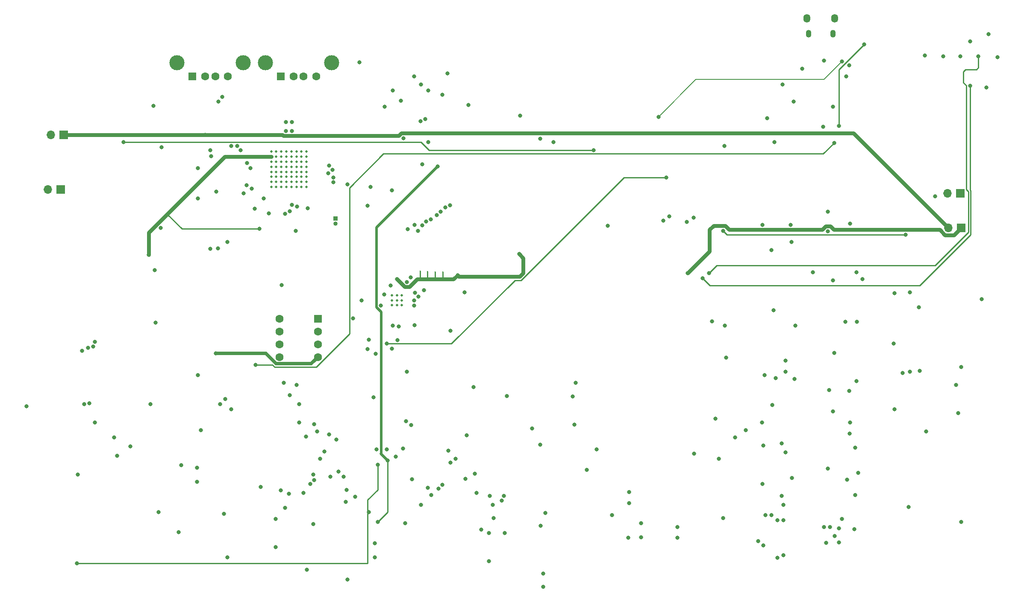
<source format=gbr>
%TF.GenerationSoftware,KiCad,Pcbnew,(5.99.0-9972-g9020611657)*%
%TF.CreationDate,2021-06-01T21:32:07-05:00*%
%TF.ProjectId,ti92revive,74693932-7265-4766-9976-652e6b696361,rev?*%
%TF.SameCoordinates,Original*%
%TF.FileFunction,Copper,L2,Inr*%
%TF.FilePolarity,Positive*%
%FSLAX46Y46*%
G04 Gerber Fmt 4.6, Leading zero omitted, Abs format (unit mm)*
G04 Created by KiCad (PCBNEW (5.99.0-9972-g9020611657)) date 2021-06-01 21:32:07*
%MOMM*%
%LPD*%
G01*
G04 APERTURE LIST*
%TA.AperFunction,ComponentPad*%
%ADD10O,0.850000X0.850000*%
%TD*%
%TA.AperFunction,ComponentPad*%
%ADD11R,0.850000X0.850000*%
%TD*%
%TA.AperFunction,ComponentPad*%
%ADD12R,1.700000X1.700000*%
%TD*%
%TA.AperFunction,ComponentPad*%
%ADD13O,1.700000X1.700000*%
%TD*%
%TA.AperFunction,ComponentPad*%
%ADD14O,1.350000X1.700000*%
%TD*%
%TA.AperFunction,ComponentPad*%
%ADD15O,1.100000X1.500000*%
%TD*%
%TA.AperFunction,ComponentPad*%
%ADD16R,1.600000X1.600000*%
%TD*%
%TA.AperFunction,ComponentPad*%
%ADD17C,1.600000*%
%TD*%
%TA.AperFunction,ComponentPad*%
%ADD18C,0.500000*%
%TD*%
%TA.AperFunction,ComponentPad*%
%ADD19C,3.000000*%
%TD*%
%TA.AperFunction,ViaPad*%
%ADD20C,0.800000*%
%TD*%
%TA.AperFunction,ViaPad*%
%ADD21C,0.300000*%
%TD*%
%TA.AperFunction,Conductor*%
%ADD22C,0.500000*%
%TD*%
%TA.AperFunction,Conductor*%
%ADD23C,0.250000*%
%TD*%
%TA.AperFunction,Conductor*%
%ADD24C,0.200000*%
%TD*%
%TA.AperFunction,Conductor*%
%ADD25C,0.700000*%
%TD*%
%TA.AperFunction,Conductor*%
%ADD26C,0.750000*%
%TD*%
%TA.AperFunction,Conductor*%
%ADD27C,0.760000*%
%TD*%
G04 APERTURE END LIST*
D10*
%TO.N,Earth_Clean*%
%TO.C,J8*%
X123200000Y-74800000D03*
D11*
%TO.N,relay_no_b*%
X123200000Y-73800000D03*
%TD*%
D12*
%TO.N,Net-(JP4-Pad1)*%
%TO.C,JP4*%
X247000000Y-68800000D03*
D13*
%TO.N,Net-(JP4-Pad2)*%
X244460000Y-68800000D03*
%TD*%
D14*
%TO.N,Earth_Clean*%
%TO.C,J1*%
X222105000Y-34085000D03*
D15*
X221795000Y-37085000D03*
X216955000Y-37085000D03*
D14*
X216645000Y-34085000D03*
%TD*%
D12*
%TO.N,Net-(R1-Pad2)*%
%TO.C,TH1*%
X68800000Y-68000000D03*
D13*
%TO.N,Earth_Clean*%
X66260000Y-68000000D03*
%TD*%
D16*
%TO.N,Net-(TP25-Pad1)*%
%TO.C,U5*%
X119750000Y-93620000D03*
D17*
%TO.N,SetPowerOFF*%
X119750000Y-96160000D03*
%TO.N,piWatchDogPin*%
X119750000Y-98700000D03*
%TO.N,Earth_Clean*%
X119750000Y-101240000D03*
%TO.N,Net-(U5-Pad5)*%
X112130000Y-101240000D03*
%TO.N,Net-(R13-Pad1)*%
X112130000Y-98700000D03*
%TO.N,SetPowerON*%
X112130000Y-96160000D03*
%TO.N,batCell+*%
X112130000Y-93620000D03*
%TD*%
D12*
%TO.N,batCell+*%
%TO.C,J2*%
X69400000Y-57200000D03*
D13*
%TO.N,Earth_Clean*%
X66860000Y-57200000D03*
%TD*%
D18*
%TO.N,N/C*%
%TO.C,U3*%
X134425000Y-90000000D03*
X135400000Y-90000000D03*
X135400000Y-89025000D03*
X134425000Y-89025000D03*
X136375000Y-90975000D03*
X136375000Y-89025000D03*
X135400000Y-90975000D03*
X134425000Y-90975000D03*
X136375000Y-90000000D03*
%TD*%
D16*
%TO.N,+5*%
%TO.C,J4*%
X94900000Y-45590000D03*
D17*
%TO.N,Net-(J4-Pad2)*%
X97400000Y-45590000D03*
%TO.N,Net-(J4-Pad3)*%
X99400000Y-45590000D03*
%TO.N,Earth_Clean*%
X101900000Y-45590000D03*
D19*
X91830000Y-42880000D03*
X104970000Y-42880000D03*
%TD*%
D18*
%TO.N,Earth_Clean*%
%TO.C,U7*%
X111500000Y-60500000D03*
X117500000Y-61500000D03*
X116500000Y-64500000D03*
X112500000Y-60500000D03*
X112500000Y-65500000D03*
X111500000Y-61500000D03*
X115500000Y-67500000D03*
X116500000Y-63500000D03*
X112500000Y-61500000D03*
X113500000Y-64500000D03*
X113500000Y-67500000D03*
X117500000Y-62500000D03*
X115500000Y-63500000D03*
X110500000Y-62500000D03*
X116500000Y-61500000D03*
X111500000Y-64500000D03*
X114500000Y-60500000D03*
X111500000Y-66500000D03*
X111500000Y-63500000D03*
X116500000Y-67500000D03*
X113500000Y-63500000D03*
X115500000Y-66500000D03*
X110500000Y-66500000D03*
X117500000Y-64500000D03*
X112500000Y-63500000D03*
X112500000Y-67500000D03*
X116500000Y-66500000D03*
X115500000Y-60500000D03*
X113500000Y-65500000D03*
X111500000Y-65500000D03*
X110500000Y-67500000D03*
X112500000Y-62500000D03*
X113500000Y-61500000D03*
X115500000Y-65500000D03*
X110500000Y-63500000D03*
X113500000Y-60500000D03*
X114500000Y-66500000D03*
X117500000Y-66500000D03*
X114500000Y-65500000D03*
X111500000Y-67500000D03*
X110500000Y-61500000D03*
X113500000Y-62500000D03*
X114500000Y-64500000D03*
X117500000Y-60500000D03*
X114500000Y-63500000D03*
X114500000Y-67500000D03*
X112500000Y-64500000D03*
X112500000Y-66500000D03*
X114500000Y-61500000D03*
X113500000Y-66500000D03*
X115500000Y-62500000D03*
X110500000Y-64500000D03*
X115500000Y-61500000D03*
X110500000Y-65500000D03*
X116500000Y-60500000D03*
X111500000Y-62500000D03*
X116500000Y-65500000D03*
X117500000Y-67500000D03*
X117500000Y-63500000D03*
X114500000Y-62500000D03*
X116500000Y-62500000D03*
X115500000Y-64500000D03*
X117500000Y-65500000D03*
X110500000Y-60500000D03*
%TD*%
D12*
%TO.N,BAT+*%
%TO.C,J3*%
X247200000Y-75600000D03*
D13*
%TO.N,batCell+*%
X244660000Y-75600000D03*
%TD*%
D16*
%TO.N,+5*%
%TO.C,J5*%
X112400000Y-45590000D03*
D17*
%TO.N,Net-(J5-Pad2)*%
X114900000Y-45590000D03*
%TO.N,Net-(J5-Pad3)*%
X116900000Y-45590000D03*
%TO.N,Earth_Clean*%
X119400000Y-45590000D03*
D19*
X122470000Y-42880000D03*
X109330000Y-42880000D03*
%TD*%
D20*
%TO.N,relay_no_b*%
X96000000Y-69800000D03*
%TO.N,HDMI0_CK_N*%
X139570000Y-76200000D03*
%TO.N,HDMI0_CK_P*%
X140460000Y-75110000D03*
%TO.N,HDMI0_TX0_N*%
X141171212Y-74341212D03*
%TO.N,HDMI0_TX0_P*%
X142150000Y-73940000D03*
%TO.N,HDMI0_TX1_N*%
X143280000Y-73110000D03*
%TO.N,HDMI0_TX1_P*%
X144070000Y-72390000D03*
%TO.N,HDMI0_TX2_N*%
X145000000Y-71590000D03*
%TO.N,col9*%
X227600000Y-85800000D03*
X125600000Y-145400000D03*
X225000000Y-108000000D03*
X153600000Y-136200000D03*
X183800000Y-134200000D03*
X183800000Y-137000000D03*
X225200000Y-74800000D03*
X207800000Y-126400000D03*
X224600000Y-125600000D03*
X156800000Y-136200000D03*
X153600000Y-141725010D03*
X199200000Y-121400000D03*
X226200000Y-119200000D03*
X194250933Y-120450924D03*
%TO.N,col7*%
X226400000Y-106000000D03*
X75600000Y-114200000D03*
X163800000Y-118600000D03*
X214200000Y-105600000D03*
X123800000Y-124000000D03*
X143600000Y-127400000D03*
X223600000Y-133400000D03*
X221200000Y-135000000D03*
X75200000Y-99200000D03*
X210439402Y-105391393D03*
X237000000Y-104200000D03*
X79400000Y-117200000D03*
X154400000Y-130600000D03*
X157200000Y-109000000D03*
%TO.N,col8*%
X170777895Y-106325010D03*
X170200000Y-109074990D03*
X235600000Y-104400000D03*
X175000000Y-119600000D03*
X75600000Y-98200000D03*
X214325010Y-95002163D03*
X113000000Y-106400000D03*
X170601017Y-114674990D03*
X163887340Y-134687340D03*
X156159327Y-129725010D03*
X151200000Y-128200000D03*
%TO.N,col0*%
X123400000Y-117600000D03*
X149000000Y-125400000D03*
X72200000Y-124600000D03*
X238800000Y-91400000D03*
X121000000Y-120000000D03*
X251274990Y-89800000D03*
X247194454Y-133994454D03*
X156600000Y-128800000D03*
X147000000Y-121400000D03*
X137200000Y-114000000D03*
X200000000Y-133200000D03*
X101800000Y-141000000D03*
%TO.N,Net-(D84-Pad2)*%
X101800000Y-78400000D03*
X99912660Y-79687340D03*
%TO.N,Net-(R12-Pad2)*%
X252200000Y-47800000D03*
X208718838Y-53871126D03*
%TO.N,+5*%
X133600000Y-121800000D03*
X129612660Y-71187340D03*
X136680578Y-57874990D03*
X134600000Y-48400000D03*
X130200000Y-67525010D03*
X143462500Y-63400000D03*
X223587340Y-42587340D03*
X187200000Y-53600000D03*
X194200000Y-73600000D03*
X131600000Y-134000000D03*
%TO.N,Earth_Clean*%
X159600925Y-80820729D03*
X131624959Y-122600000D03*
X247000000Y-41600000D03*
X115400000Y-76200000D03*
X135404116Y-85800000D03*
X87200000Y-51400000D03*
X99500000Y-100500000D03*
D21*
X139960000Y-84210000D03*
D20*
X72000000Y-142200000D03*
X86200000Y-81000000D03*
X147420000Y-85020000D03*
X137400000Y-104200000D03*
X108200000Y-75800000D03*
X134194796Y-87050779D03*
X131149990Y-100600000D03*
X141000000Y-54000000D03*
X128000000Y-42800000D03*
X129800000Y-132000000D03*
X149605546Y-51205546D03*
D21*
X144450000Y-84360000D03*
D20*
X132950000Y-51550000D03*
D21*
X142960000Y-84350000D03*
D20*
X134400000Y-68200000D03*
D21*
X141450000Y-84280000D03*
D20*
X146000000Y-96000000D03*
X159800000Y-53400000D03*
%TO.N,SDA*%
X211800000Y-47200000D03*
X138800000Y-90000000D03*
X220000000Y-42400000D03*
X188205582Y-74205582D03*
%TO.N,SCL*%
X215700010Y-44021732D03*
X189331890Y-73360297D03*
X138800000Y-91000000D03*
X224400000Y-45600000D03*
%TO.N,+3.3*%
X225000000Y-43400000D03*
X192809313Y-74408664D03*
X254400000Y-41800000D03*
%TO.N,+3.3 High Current*%
X107200000Y-71800000D03*
X105000000Y-68800000D03*
X125600000Y-67000000D03*
X104400000Y-60250000D03*
X88800000Y-59600000D03*
X98400000Y-60200000D03*
X114137536Y-72337531D03*
%TO.N,5vRegulator*%
X140400000Y-63000000D03*
X144400000Y-49200000D03*
%TO.N,Net-(J4-Pad2)*%
X100000000Y-50600000D03*
X105600000Y-67200000D03*
%TO.N,Net-(J5-Pad2)*%
X105674990Y-62800000D03*
%TO.N,row0*%
X87600000Y-94400000D03*
X211600000Y-118400000D03*
X226800000Y-124200000D03*
X202400000Y-117200000D03*
%TO.N,Net-(J5-Pad3)*%
X106400000Y-63800000D03*
%TO.N,Net-(JP4-Pad2)*%
X236200000Y-77000000D03*
X200000000Y-76200000D03*
%TO.N,row4*%
X213686179Y-125274990D03*
X242000000Y-69400000D03*
X210800000Y-133600000D03*
X164400000Y-144200000D03*
X117587340Y-143412660D03*
X225125010Y-116400000D03*
X220800000Y-123400000D03*
X164400000Y-146800000D03*
X210800000Y-141074990D03*
%TO.N,row5*%
X219800000Y-55600000D03*
X125397997Y-127625021D03*
X220800000Y-72400000D03*
X115527796Y-106753116D03*
X200400000Y-95000000D03*
X120200000Y-121400000D03*
X209600000Y-80000000D03*
X221800000Y-86000000D03*
X220800000Y-76274990D03*
X122200000Y-125000000D03*
X197800000Y-94200000D03*
X234000000Y-88600000D03*
X221800000Y-51600000D03*
X207800000Y-75000000D03*
X237000000Y-88400000D03*
X122000000Y-116600000D03*
X210000000Y-92000000D03*
%TO.N,row6*%
X240200000Y-116000000D03*
X246600000Y-112400000D03*
X208200000Y-104800000D03*
X222000000Y-100400000D03*
X247200000Y-103200000D03*
X233800000Y-98600000D03*
X209800000Y-110800000D03*
X209600000Y-132600000D03*
X246200000Y-106800000D03*
X221800000Y-112000000D03*
X221000000Y-107800000D03*
X208000000Y-118800000D03*
X225200000Y-114200000D03*
X234000000Y-111600000D03*
%TO.N,row7*%
X220000000Y-135000000D03*
X127125010Y-129000000D03*
X226000000Y-135400000D03*
X101125010Y-132324835D03*
X223000000Y-135200000D03*
X208000000Y-138600000D03*
X208400000Y-132600000D03*
X220400000Y-138125010D03*
X125224978Y-129942949D03*
%TO.N,Net-(TP14-Pad1)*%
X113400000Y-56400000D03*
X113400000Y-54600000D03*
%TO.N,Net-(D1-Pad2)*%
X252600000Y-37200000D03*
%TO.N,Net-(TP15-Pad1)*%
X114600000Y-56400000D03*
X114600000Y-54600000D03*
%TO.N,BAT+*%
X132200000Y-91000000D03*
X126725010Y-93600000D03*
X112600000Y-87000000D03*
X193000000Y-84600000D03*
X99600000Y-68400000D03*
%TO.N,Net-(C3-Pad1)*%
X132850010Y-88800000D03*
X128400000Y-90000000D03*
%TO.N,piWatchDogPin*%
X188800000Y-65600000D03*
X133400000Y-98600000D03*
%TO.N,+1.8*%
X81200000Y-58600000D03*
X177200000Y-75200000D03*
X174400000Y-60200000D03*
%TO.N,Net-(D81-Pad2)*%
X249000000Y-38600000D03*
%TO.N,Net-(D81-Pad1)*%
X250600000Y-41600000D03*
X148800000Y-88400000D03*
X197200000Y-84600000D03*
X139630377Y-89274990D03*
%TO.N,Net-(R1-Pad2)*%
X135512660Y-97874990D03*
X138909085Y-94916235D03*
X129800000Y-97800000D03*
X87400000Y-84000000D03*
%TO.N,CCVref*%
X195949845Y-85624835D03*
X249000000Y-47400000D03*
%TO.N,!PowerGood*%
X138947414Y-88524990D03*
X140800000Y-88000000D03*
%TO.N,Net-(R4-Pad2)*%
X134600000Y-95000000D03*
X129600000Y-99649990D03*
%TO.N,Net-(R8-Pad2)*%
X135800000Y-95200000D03*
X134450010Y-99587340D03*
%TO.N,Net-(D82-Pad2)*%
X223000000Y-55400000D03*
X228000000Y-39200000D03*
X107400000Y-102800000D03*
X222000000Y-58800000D03*
%TO.N,Net-(C9-Pad1)*%
X145400000Y-45000000D03*
X136200000Y-50400000D03*
%TO.N,Net-(C10-Pad2)*%
X140073726Y-54499990D03*
X141600000Y-58600000D03*
X140200000Y-47200000D03*
X138800000Y-45600000D03*
X141600000Y-48400000D03*
%TO.N,batCell+*%
X97400000Y-57200000D03*
%TO.N,Net-(TP16-Pad1)*%
X122600000Y-64074990D03*
%TO.N,SetPowerOFF*%
X98400000Y-79800000D03*
%TO.N,Net-(U5-Pad5)*%
X96000000Y-104800000D03*
X62000000Y-111000000D03*
%TO.N,col1*%
X200600000Y-101400000D03*
X212000000Y-130600000D03*
X150578453Y-107181604D03*
X198512660Y-113474990D03*
X135187340Y-120987340D03*
X210200000Y-58600000D03*
X204541310Y-115775021D03*
X119600000Y-116000000D03*
X96600000Y-115800000D03*
X214000000Y-50600000D03*
%TO.N,+1*%
X110032191Y-72725010D03*
X113200000Y-72800000D03*
X98600000Y-61400000D03*
X96000000Y-63800000D03*
%TO.N,Net-(TP17-Pad1)*%
X121800000Y-64800000D03*
%TO.N,Net-(TP18-Pad1)*%
X122800000Y-65600000D03*
%TO.N,Net-(TP19-Pad1)*%
X122800000Y-66600000D03*
%TO.N,Net-(TP13-Pad1)*%
X117690000Y-71720000D03*
%TO.N,USB_HOST_N*%
X163800000Y-57949980D03*
X114600000Y-71050002D03*
%TO.N,USB_HOST_P*%
X115624943Y-71400000D03*
X166400000Y-58649990D03*
%TO.N,Net-(TP22-Pad1)*%
X121942937Y-63281277D03*
%TO.N,Net-(D2-Pad1)*%
X243600000Y-41600000D03*
%TO.N,Net-(D4-Pad1)*%
X240000000Y-41400000D03*
%TO.N,Net-(R18-Pad1)*%
X131000000Y-141000000D03*
X131000000Y-138200000D03*
%TO.N,Net-(R20-Pad1)*%
X207000000Y-137800000D03*
X223000000Y-138000000D03*
%TO.N,Net-(R15-Pad1)*%
X88571438Y-75607436D03*
X109000000Y-69800000D03*
%TO.N,Net-(J4-Pad3)*%
X106600000Y-67800000D03*
X100800000Y-49600000D03*
%TO.N,/USB and Keyboard connections/KEYBOARD_USB_DN*%
X133400000Y-119600000D03*
X102600000Y-59400000D03*
%TO.N,/USB and Keyboard connections/KEYBOARD_USB_DP*%
X131400000Y-119600000D03*
X103800000Y-59400000D03*
%TO.N,col3*%
X226499216Y-94274990D03*
X224224979Y-94274990D03*
X236800000Y-131000000D03*
X113200000Y-131200000D03*
X112400000Y-127725010D03*
X152143539Y-135518191D03*
X102600000Y-111600000D03*
X101400000Y-109600000D03*
%TO.N,col5*%
X116000000Y-114200000D03*
X144400000Y-126600000D03*
X162200000Y-115400000D03*
X149200000Y-116800000D03*
X73037423Y-100000000D03*
X213400000Y-75000000D03*
X140200000Y-130600000D03*
X137000000Y-134200000D03*
X119000000Y-114600000D03*
X212000000Y-140600000D03*
X212400000Y-104200000D03*
X212400000Y-120200000D03*
X130800000Y-109200000D03*
X207725010Y-114200000D03*
X142200000Y-128600000D03*
X211600000Y-128800000D03*
X213600000Y-78400000D03*
X138200000Y-114725010D03*
X212000000Y-133600000D03*
X117366633Y-116987759D03*
%TO.N,row1*%
X100400000Y-110600000D03*
X86600000Y-110600000D03*
X73487435Y-110630377D03*
%TO.N,col2*%
X226200000Y-128600000D03*
X138408764Y-125470496D03*
X95800000Y-126000000D03*
X95800000Y-123200000D03*
X200257446Y-59352589D03*
X212400000Y-102000000D03*
%TO.N,col4*%
X222149845Y-136775165D03*
X153812660Y-128787340D03*
X217800000Y-84400000D03*
X114200000Y-108800000D03*
X226400000Y-84400000D03*
X116000000Y-110600000D03*
X239000000Y-104000000D03*
X118800000Y-124600000D03*
X116906349Y-128189075D03*
%TO.N,col6*%
X82600000Y-119000000D03*
X108400000Y-127000000D03*
X74474990Y-110400000D03*
X74200000Y-99400000D03*
X141513348Y-127175010D03*
%TO.N,row3*%
X154600000Y-133200000D03*
X114000000Y-128400000D03*
X191000000Y-135000000D03*
X178000000Y-132600000D03*
X92200000Y-136000000D03*
X164800000Y-132200000D03*
X190948000Y-137074990D03*
X118800000Y-134400000D03*
X111400000Y-139000000D03*
X88200000Y-132000000D03*
X118200000Y-126400000D03*
X111400000Y-133400000D03*
%TO.N,row2*%
X145600000Y-119800000D03*
X124800000Y-125000000D03*
X136600000Y-119400000D03*
X119005850Y-125674990D03*
X181400000Y-130200000D03*
X92667809Y-122725010D03*
X173000000Y-123600000D03*
X80000000Y-120800000D03*
X181400000Y-128024979D03*
X146000000Y-122200000D03*
X150800000Y-124400000D03*
X181200000Y-137074990D03*
%TO.N,HDMI0_CEC*%
X138910000Y-75030000D03*
%TO.N,HDMI0_HOTPLUG*%
X137540000Y-75890000D03*
%TO.N,HDMI0_TX2_P*%
X145940000Y-71110000D03*
%TO.N,HDMI0_SDA*%
X137370000Y-86370000D03*
%TO.N,HDMI0_SCL*%
X138120000Y-85450000D03*
%TD*%
D22*
%TO.N,+5*%
X133600000Y-121800000D02*
X132200000Y-120400000D01*
X131349999Y-91408001D02*
X131349999Y-75512501D01*
D23*
X133600000Y-121800000D02*
X133600000Y-132000000D01*
D24*
X187200000Y-53600000D02*
X194600000Y-46200000D01*
D22*
X132250001Y-120349999D02*
X132250001Y-92308003D01*
X132250001Y-92308003D02*
X131349999Y-91408001D01*
X131349999Y-75512501D02*
X143462500Y-63400000D01*
X132200000Y-120400000D02*
X132250001Y-120349999D01*
D23*
X133600000Y-132000000D02*
X131600000Y-134000000D01*
D24*
X219999998Y-46200000D02*
X223600000Y-42599998D01*
X194600000Y-46200000D02*
X219999998Y-46200000D01*
D25*
%TO.N,Earth_Clean*%
X109391983Y-100500000D02*
X111481994Y-102590011D01*
D26*
X159750000Y-85250000D02*
X147650000Y-85250000D01*
X135416998Y-85800000D02*
X136961999Y-87345001D01*
D23*
X142960000Y-84350000D02*
X142960000Y-85580000D01*
D26*
X144620000Y-85800000D02*
X146640000Y-85800000D01*
X160380925Y-84619075D02*
X159750000Y-85250000D01*
D23*
X92800000Y-75800000D02*
X89900000Y-72900000D01*
D26*
X160380925Y-81600729D02*
X160380925Y-84619075D01*
D23*
X72000000Y-142200000D02*
X129600000Y-142200000D01*
D26*
X146640000Y-85800000D02*
X147420000Y-85020000D01*
D25*
X118399989Y-102590011D02*
X119750000Y-101240000D01*
D26*
X139383002Y-85800000D02*
X139770000Y-85800000D01*
D23*
X108200000Y-75800000D02*
X92800000Y-75800000D01*
X129600000Y-142200000D02*
X129600000Y-132600000D01*
D26*
X135404116Y-85800000D02*
X135416998Y-85800000D01*
D23*
X129600000Y-129600000D02*
X131624959Y-127575041D01*
D26*
X141450000Y-85800000D02*
X143180000Y-85800000D01*
D23*
X139960000Y-85610000D02*
X139770000Y-85800000D01*
X144450000Y-85630000D02*
X144620000Y-85800000D01*
D26*
X136961999Y-87345001D02*
X137838001Y-87345001D01*
D25*
X111481994Y-102590011D02*
X118399989Y-102590011D01*
D23*
X129600000Y-132600000D02*
X129600000Y-132200000D01*
X129600000Y-132200000D02*
X129800000Y-132000000D01*
X139960000Y-84210000D02*
X139960000Y-85610000D01*
D26*
X89900000Y-72900000D02*
X86200000Y-76600000D01*
D23*
X131624959Y-127575041D02*
X131624959Y-122600000D01*
D26*
X159600925Y-80820729D02*
X160380925Y-81600729D01*
D23*
X141450000Y-84280000D02*
X141450000Y-85800000D01*
D25*
X99500000Y-100500000D02*
X109391983Y-100500000D01*
D26*
X110500000Y-61500000D02*
X101300000Y-61500000D01*
X101300000Y-61500000D02*
X89900000Y-72900000D01*
X147650000Y-85250000D02*
X147420000Y-85020000D01*
X143180000Y-85800000D02*
X144620000Y-85800000D01*
D23*
X142960000Y-85580000D02*
X143180000Y-85800000D01*
X144450000Y-84360000D02*
X144450000Y-85630000D01*
D26*
X139770000Y-85800000D02*
X141450000Y-85800000D01*
X86200000Y-76600000D02*
X86200000Y-81000000D01*
D23*
X129600000Y-132600000D02*
X129600000Y-129600000D01*
D26*
X137838001Y-87345001D02*
X139383002Y-85800000D01*
D23*
%TO.N,Net-(JP4-Pad2)*%
X200800000Y-77000000D02*
X200000000Y-76200000D01*
X236200000Y-77000000D02*
X200800000Y-77000000D01*
D26*
%TO.N,BAT+*%
X197356998Y-76000000D02*
X197356998Y-80243002D01*
X198131999Y-75224999D02*
X197356998Y-76000000D01*
X220331999Y-75299989D02*
X219631988Y-76000000D01*
X219631988Y-76000000D02*
X201243002Y-76000000D01*
X200468001Y-75224999D02*
X198131999Y-75224999D01*
X221968012Y-76000000D02*
X221268001Y-75299989D01*
X243975994Y-77025011D02*
X242950983Y-76000000D01*
X197356998Y-80243002D02*
X193000000Y-84600000D01*
X245774989Y-77025011D02*
X243975994Y-77025011D01*
X247200000Y-75600000D02*
X245774989Y-77025011D01*
X242950983Y-76000000D02*
X221968012Y-76000000D01*
X201243002Y-76000000D02*
X200468001Y-75224999D01*
X221268001Y-75299989D02*
X220331999Y-75299989D01*
D23*
%TO.N,piWatchDogPin*%
X159964988Y-86024979D02*
X180389940Y-65600000D01*
X133400000Y-98600000D02*
X146189971Y-98600000D01*
X180389940Y-65600000D02*
X188800000Y-65600000D01*
X158764986Y-86024979D02*
X159964988Y-86024979D01*
X146189971Y-98600000D02*
X158764986Y-86024979D01*
%TO.N,+1.8*%
X81200000Y-58600000D02*
X140200000Y-58600000D01*
X141800000Y-60200000D02*
X174400000Y-60200000D01*
X140200000Y-58600000D02*
X141800000Y-60200000D01*
%TO.N,Net-(D81-Pad1)*%
X197200000Y-84600000D02*
X198755369Y-83044631D01*
X248175011Y-47375011D02*
X247600000Y-46800000D01*
X248600000Y-76485020D02*
X248600000Y-68400000D01*
X241555369Y-83044631D02*
X242040389Y-83044631D01*
X198755369Y-83044631D02*
X241555369Y-83044631D01*
X250200000Y-44200000D02*
X250600000Y-43800000D01*
X248175011Y-67975011D02*
X248175011Y-47375011D01*
X247600000Y-44600000D02*
X248000000Y-44200000D01*
X242040389Y-83044631D02*
X248600000Y-76485020D01*
X247600000Y-46800000D02*
X247600000Y-44600000D01*
X250600000Y-43800000D02*
X250600000Y-41600000D01*
X248600000Y-68400000D02*
X248175011Y-67975011D01*
X248000000Y-44200000D02*
X250200000Y-44200000D01*
%TO.N,CCVref*%
X249000000Y-68163588D02*
X249050011Y-68213600D01*
X197380770Y-87055760D02*
X195949845Y-85624835D01*
X249050011Y-68213600D02*
X249050011Y-76949989D01*
X238944240Y-87055760D02*
X197380770Y-87055760D01*
X249000000Y-47400000D02*
X249000000Y-68163588D01*
X249050011Y-76949989D02*
X238944240Y-87055760D01*
%TO.N,Net-(D82-Pad2)*%
X223000000Y-44200000D02*
X228000000Y-39200000D01*
X219874999Y-60925001D02*
X222000000Y-58800000D01*
X223000000Y-55400000D02*
X223000000Y-44200000D01*
X119389995Y-103265022D02*
X126000000Y-96655017D01*
X126000000Y-96655017D02*
X126000000Y-67673002D01*
X132748001Y-60925001D02*
X219874999Y-60925001D01*
X110737373Y-102800000D02*
X111202396Y-103265022D01*
X107400000Y-102800000D02*
X110737373Y-102800000D01*
X126000000Y-67673002D02*
X132748001Y-60925001D01*
X111202396Y-103265022D02*
X119389995Y-103265022D01*
D27*
%TO.N,batCell+*%
X225879999Y-56819999D02*
X244660000Y-75600000D01*
X112929599Y-57380001D02*
X135725165Y-57380001D01*
X136285167Y-56819999D02*
X225879999Y-56819999D01*
X112749598Y-57200000D02*
X112929599Y-57380001D01*
X69400000Y-57200000D02*
X97400000Y-57200000D01*
X97400000Y-57200000D02*
X112749598Y-57200000D01*
X135725165Y-57380001D02*
X136285167Y-56819999D01*
%TD*%
M02*

</source>
